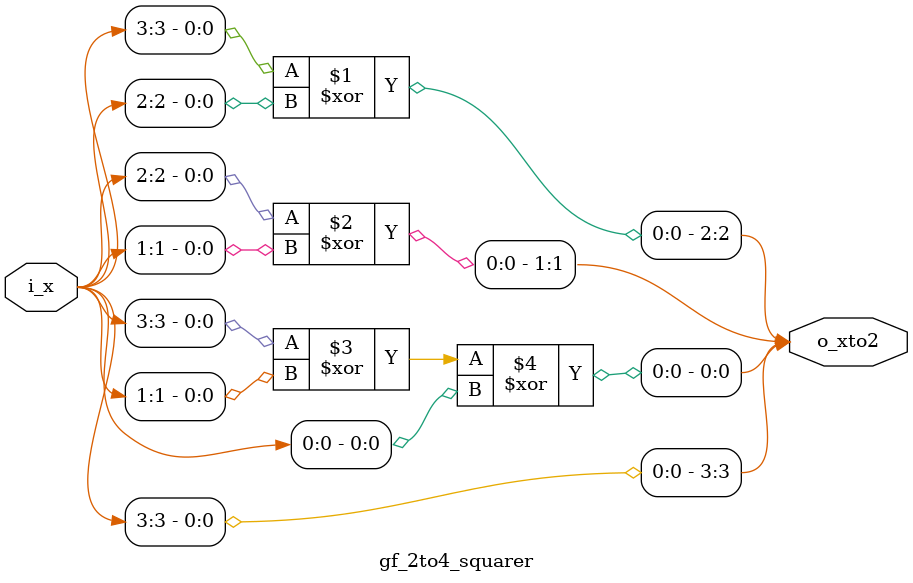
<source format=v>
module gf_2to4_squarer
#(
    // PARAMETERS
    parameter                                       NB_DATA = 4         // [HINT] Works only if value is 4
)
(
    // OUTPUTS.
    output  wire        [ NB_DATA-1:0   ]           o_xto2  ,
    // INPUTS.
    input   wire        [ NB_DATA-1:0   ]           i_x
);
// QUICK_INSTANCE: BEGIN
/*
gf_2to4_squarer
#(
    .NB_DATA            (  )    // [HINT] Works only if value is 4
)
u_gf_2to4_squarer
(
    .o_xto2             (  ),
    .i_x                (  )
);
*/ // QUICK_INSTANCE: END

// ALGORITHM BEGIN
assign o_xto2[3]    =   i_x[3]                                      ;

assign o_xto2[2]    =   i_x[3] ^    i_x[2]                          ;

assign o_xto2[1]    =               i_x[2] ^    i_x[1]              ;

assign o_xto2[0]    =   i_x[3] ^                i_x[1] ^    i_x[0]  ;

endmodule // gf_2to4_squarer

</source>
